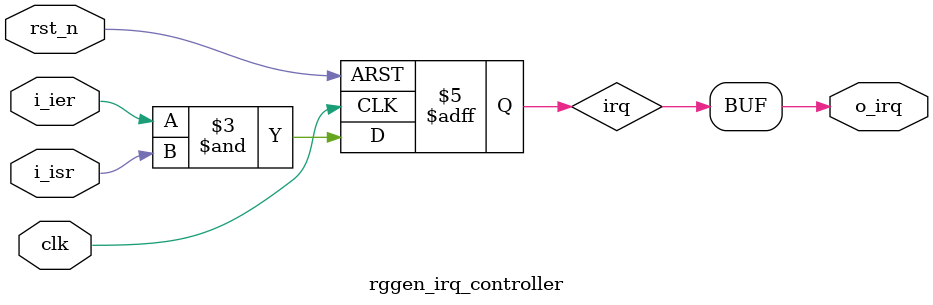
<source format=sv>
module rggen_irq_controller #(
  parameter TOTAL_INTERRUPTS  = 1
)(
  input   logic                         clk,
  input   logic                         rst_n,
  input   logic [TOTAL_INTERRUPTS-1:0]  i_ier,
  input   logic [TOTAL_INTERRUPTS-1:0]  i_isr,
  output  logic                         o_irq
);
  logic irq;

  assign  o_irq = irq;
  always_ff @(posedge clk or negedge rst_n) begin
    if (!rst_n) begin
      irq <= 1'b0;
    end
    else begin
      irq <= |(i_ier & i_isr);
    end
  end
endmodule

</source>
